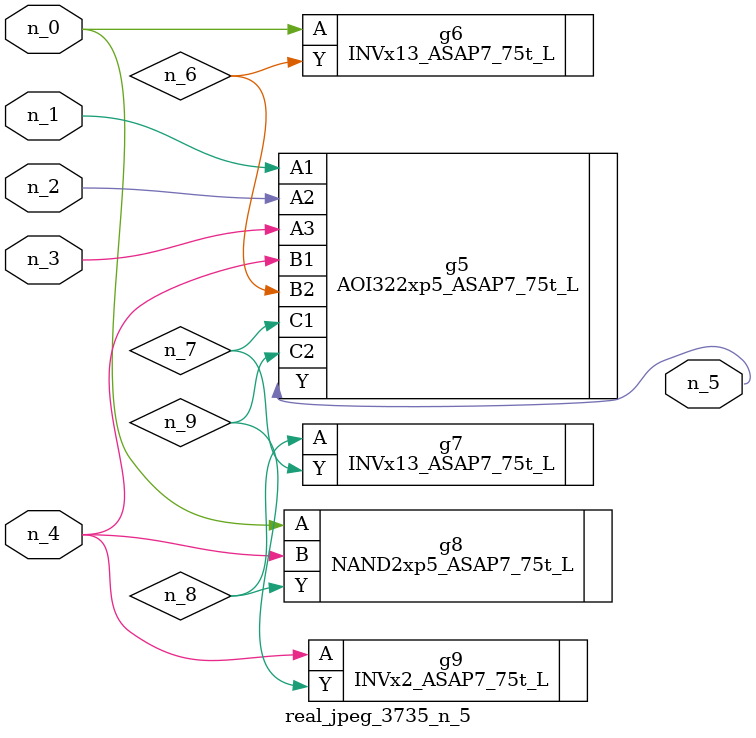
<source format=v>
module real_jpeg_3735_n_5 (n_4, n_0, n_1, n_2, n_3, n_5);

input n_4;
input n_0;
input n_1;
input n_2;
input n_3;

output n_5;

wire n_8;
wire n_6;
wire n_7;
wire n_9;

INVx13_ASAP7_75t_L g6 ( 
.A(n_0),
.Y(n_6)
);

NAND2xp5_ASAP7_75t_L g8 ( 
.A(n_0),
.B(n_4),
.Y(n_8)
);

AOI322xp5_ASAP7_75t_L g5 ( 
.A1(n_1),
.A2(n_2),
.A3(n_3),
.B1(n_4),
.B2(n_6),
.C1(n_7),
.C2(n_9),
.Y(n_5)
);

INVx2_ASAP7_75t_L g9 ( 
.A(n_4),
.Y(n_9)
);

INVx13_ASAP7_75t_L g7 ( 
.A(n_8),
.Y(n_7)
);


endmodule
</source>
